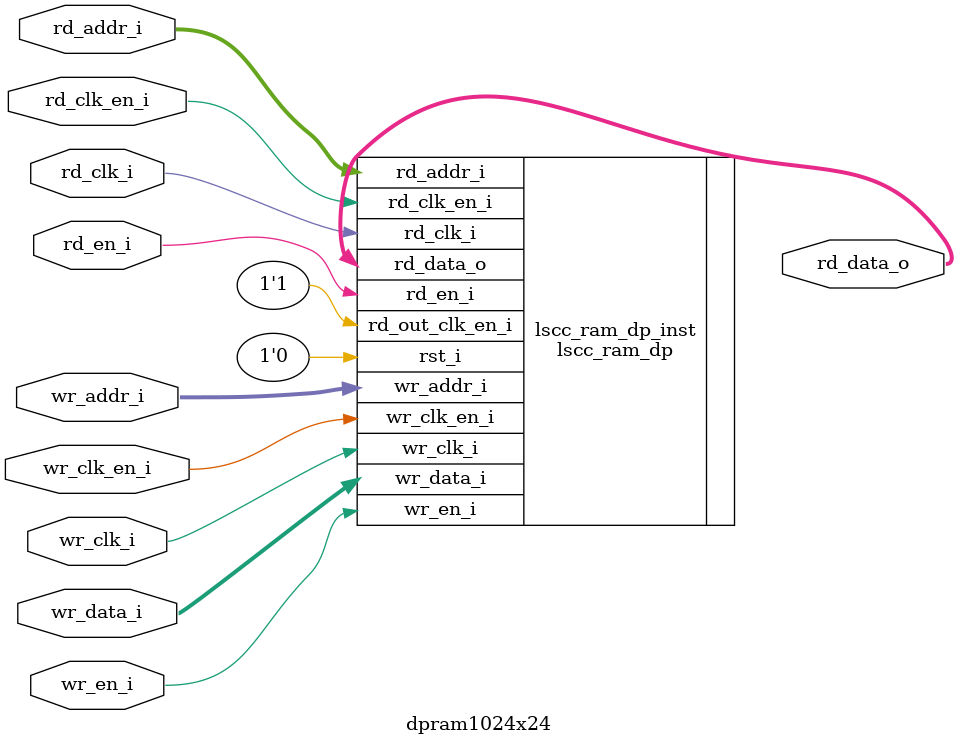
<source format=v>
/*******************************************************************************
    Verilog netlist generated by IPGEN Radiant
    Soft IP Version: 1.0.0
    Mon Mar 19 18:08:28 2018
*******************************************************************************/
/*******************************************************************************
    Include IP core template files.
*******************************************************************************/
`include "core/lscc_ram_dp.v"
/*******************************************************************************
    Wrapper Module generated per user settings.
*******************************************************************************/
module dpram1024x24 (wr_clk_i, rd_clk_i, wr_clk_en_i, rd_en_i, rd_clk_en_i,
    wr_en_i, wr_data_i, wr_addr_i, rd_addr_i, rd_data_o);
    input  wr_clk_i;
    input  rd_clk_i;
    input  wr_clk_en_i;
    input  rd_en_i;
    input  rd_clk_en_i;
    input  wr_en_i;
    input  [23:0]  wr_data_i;
    input  [9:0]  wr_addr_i;
    input  [9:0]  rd_addr_i;
    output  [23:0]  rd_data_o;
    lscc_ram_dp #(.WADDR_DEPTH(1024),
        .WDATA_WIDTH(24),
        .RADDR_DEPTH(1024),
        .RDATA_WIDTH(24),
        .WADDR_WIDTH(10),
        .REGMODE("noreg"),
        .RADDR_WIDTH(10),
        .RESETMODE("sync"),
        .INIT_MODE("none"),
        .INIT_FILE("none"),
        .INIT_FILE_FORMAT("hex"))
    lscc_ram_dp_inst(.wr_clk_i(wr_clk_i),
        .rd_clk_i(rd_clk_i),
        .rst_i(1'b0),
        .wr_clk_en_i(wr_clk_en_i),
        .rd_en_i(rd_en_i),
        .rd_clk_en_i(rd_clk_en_i),
        .rd_out_clk_en_i(1'b1),
        .wr_en_i(wr_en_i),
        .wr_data_i(wr_data_i),
        .wr_addr_i(wr_addr_i),
        .rd_addr_i(rd_addr_i),
        .rd_data_o(rd_data_o));
endmodule
</source>
